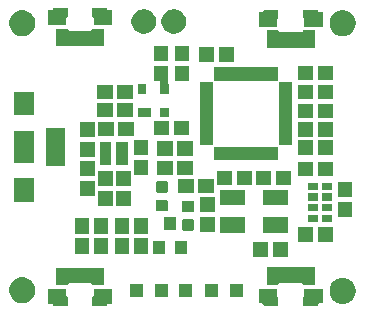
<source format=gbr>
%TF.GenerationSoftware,KiCad,Pcbnew,(5.1.6)-1*%
%TF.CreationDate,2020-11-03T21:48:33+01:00*%
%TF.ProjectId,ArduinoProMicroUSB,41726475-696e-46f5-9072-6f4d6963726f,rev?*%
%TF.SameCoordinates,Original*%
%TF.FileFunction,Soldermask,Top*%
%TF.FilePolarity,Negative*%
%FSLAX46Y46*%
G04 Gerber Fmt 4.6, Leading zero omitted, Abs format (unit mm)*
G04 Created by KiCad (PCBNEW (5.1.6)-1) date 2020-11-03 21:48:33*
%MOMM*%
%LPD*%
G01*
G04 APERTURE LIST*
%ADD10C,0.100000*%
G04 APERTURE END LIST*
D10*
G36*
X95474552Y-95460598D02*
G01*
X95486803Y-95461200D01*
X95938000Y-95461200D01*
X95938000Y-96711200D01*
X95644851Y-96711200D01*
X95620465Y-96713602D01*
X95597016Y-96720715D01*
X95575405Y-96732266D01*
X95556463Y-96747811D01*
X95540918Y-96766753D01*
X95529367Y-96788364D01*
X95522254Y-96811813D01*
X95519852Y-96836199D01*
X95519852Y-96855059D01*
X95518263Y-96871198D01*
X95515348Y-96880807D01*
X95510610Y-96889671D01*
X95504237Y-96897436D01*
X95496472Y-96903809D01*
X95487608Y-96908547D01*
X95477999Y-96911462D01*
X95461860Y-96913051D01*
X94324140Y-96913051D01*
X94308001Y-96911462D01*
X94298392Y-96908547D01*
X94289528Y-96903809D01*
X94281763Y-96897436D01*
X94275390Y-96889671D01*
X94270652Y-96880807D01*
X94267737Y-96871198D01*
X94266148Y-96855059D01*
X94266148Y-96217338D01*
X94267737Y-96201199D01*
X94270652Y-96191590D01*
X94275390Y-96182726D01*
X94281763Y-96174961D01*
X94289530Y-96168586D01*
X94301927Y-96161960D01*
X94322301Y-96148346D01*
X94339628Y-96131019D01*
X94353241Y-96110644D01*
X94362618Y-96088005D01*
X94368000Y-96051722D01*
X94368000Y-95461200D01*
X95023582Y-95461200D01*
X95033387Y-95460815D01*
X95037023Y-95460529D01*
X95064751Y-95459440D01*
X95069220Y-95459352D01*
X95461860Y-95459348D01*
X95474552Y-95460598D01*
G37*
G36*
X91366781Y-95459352D02*
G01*
X91371250Y-95459440D01*
X91398976Y-95460529D01*
X91402613Y-95460815D01*
X91412418Y-95461200D01*
X92068000Y-95461200D01*
X92068000Y-96051722D01*
X92070402Y-96076108D01*
X92077515Y-96099557D01*
X92089066Y-96121168D01*
X92104611Y-96140110D01*
X92134073Y-96161960D01*
X92146470Y-96168586D01*
X92154237Y-96174961D01*
X92160610Y-96182726D01*
X92165348Y-96191590D01*
X92168263Y-96201199D01*
X92169852Y-96217338D01*
X92169852Y-96855059D01*
X92168263Y-96871198D01*
X92165348Y-96880807D01*
X92160610Y-96889671D01*
X92154237Y-96897436D01*
X92146472Y-96903809D01*
X92137608Y-96908547D01*
X92127999Y-96911462D01*
X92111860Y-96913051D01*
X90974140Y-96913051D01*
X90958001Y-96911462D01*
X90948392Y-96908547D01*
X90939528Y-96903809D01*
X90931763Y-96897436D01*
X90925390Y-96889671D01*
X90920652Y-96880807D01*
X90917737Y-96871198D01*
X90916148Y-96855059D01*
X90916148Y-96836199D01*
X90913746Y-96811813D01*
X90906633Y-96788364D01*
X90895082Y-96766753D01*
X90879537Y-96747811D01*
X90860595Y-96732266D01*
X90838984Y-96720715D01*
X90815535Y-96713602D01*
X90791149Y-96711200D01*
X90498000Y-96711200D01*
X90498000Y-95461200D01*
X90949196Y-95461200D01*
X90961447Y-95460598D01*
X90974139Y-95459348D01*
X91366781Y-95459352D01*
G37*
G36*
X109210281Y-95446652D02*
G01*
X109214750Y-95446740D01*
X109242476Y-95447829D01*
X109246113Y-95448115D01*
X109255918Y-95448500D01*
X109911500Y-95448500D01*
X109911500Y-96039022D01*
X109913902Y-96063408D01*
X109921015Y-96086857D01*
X109932566Y-96108468D01*
X109948111Y-96127410D01*
X109977573Y-96149260D01*
X109989970Y-96155886D01*
X109997737Y-96162261D01*
X110004110Y-96170026D01*
X110008848Y-96178890D01*
X110011763Y-96188499D01*
X110013352Y-96204638D01*
X110013352Y-96842359D01*
X110011763Y-96858498D01*
X110008848Y-96868107D01*
X110004110Y-96876971D01*
X109997737Y-96884736D01*
X109989972Y-96891109D01*
X109981108Y-96895847D01*
X109971499Y-96898762D01*
X109955360Y-96900351D01*
X108817640Y-96900351D01*
X108801501Y-96898762D01*
X108791892Y-96895847D01*
X108783028Y-96891109D01*
X108775263Y-96884736D01*
X108768890Y-96876971D01*
X108764152Y-96868107D01*
X108761237Y-96858498D01*
X108759648Y-96842359D01*
X108759648Y-96823499D01*
X108757246Y-96799113D01*
X108750133Y-96775664D01*
X108738582Y-96754053D01*
X108723037Y-96735111D01*
X108704095Y-96719566D01*
X108682484Y-96708015D01*
X108659035Y-96700902D01*
X108634649Y-96698500D01*
X108341500Y-96698500D01*
X108341500Y-95448500D01*
X108792696Y-95448500D01*
X108804947Y-95447898D01*
X108817639Y-95446648D01*
X109210281Y-95446652D01*
G37*
G36*
X113318052Y-95447898D02*
G01*
X113330303Y-95448500D01*
X113781500Y-95448500D01*
X113781500Y-96698500D01*
X113488351Y-96698500D01*
X113463965Y-96700902D01*
X113440516Y-96708015D01*
X113418905Y-96719566D01*
X113399963Y-96735111D01*
X113384418Y-96754053D01*
X113372867Y-96775664D01*
X113365754Y-96799113D01*
X113363352Y-96823499D01*
X113363352Y-96842359D01*
X113361763Y-96858498D01*
X113358848Y-96868107D01*
X113354110Y-96876971D01*
X113347737Y-96884736D01*
X113339972Y-96891109D01*
X113331108Y-96895847D01*
X113321499Y-96898762D01*
X113305360Y-96900351D01*
X112167640Y-96900351D01*
X112151501Y-96898762D01*
X112141892Y-96895847D01*
X112133028Y-96891109D01*
X112125263Y-96884736D01*
X112118890Y-96876971D01*
X112114152Y-96868107D01*
X112111237Y-96858498D01*
X112109648Y-96842359D01*
X112109648Y-96204638D01*
X112111237Y-96188499D01*
X112114152Y-96178890D01*
X112118890Y-96170026D01*
X112125263Y-96162261D01*
X112133030Y-96155886D01*
X112145427Y-96149260D01*
X112165801Y-96135646D01*
X112183128Y-96118319D01*
X112196741Y-96097944D01*
X112206118Y-96075305D01*
X112211500Y-96039022D01*
X112211500Y-95448500D01*
X112867082Y-95448500D01*
X112876887Y-95448115D01*
X112880523Y-95447829D01*
X112908251Y-95446740D01*
X112912720Y-95446652D01*
X113305360Y-95446648D01*
X113318052Y-95447898D01*
G37*
G36*
X115657794Y-94551155D02*
G01*
X115764150Y-94572311D01*
X115811217Y-94591807D01*
X115964520Y-94655307D01*
X116144844Y-94775795D01*
X116298205Y-94929156D01*
X116418693Y-95109480D01*
X116501689Y-95309851D01*
X116544000Y-95522560D01*
X116544000Y-95739440D01*
X116501689Y-95952149D01*
X116418693Y-96152520D01*
X116298205Y-96332844D01*
X116144844Y-96486205D01*
X115964520Y-96606693D01*
X115917452Y-96626189D01*
X115764150Y-96689689D01*
X115672019Y-96708015D01*
X115551440Y-96732000D01*
X115334560Y-96732000D01*
X115213981Y-96708015D01*
X115121850Y-96689689D01*
X114968548Y-96626189D01*
X114921480Y-96606693D01*
X114741156Y-96486205D01*
X114587795Y-96332844D01*
X114467307Y-96152520D01*
X114384311Y-95952149D01*
X114342000Y-95739440D01*
X114342000Y-95522560D01*
X114384311Y-95309851D01*
X114467307Y-95109480D01*
X114587795Y-94929156D01*
X114741156Y-94775795D01*
X114921480Y-94655307D01*
X115074783Y-94591807D01*
X115121850Y-94572311D01*
X115228205Y-94551156D01*
X115334560Y-94530000D01*
X115551440Y-94530000D01*
X115657794Y-94551155D01*
G37*
G36*
X88543294Y-94487655D02*
G01*
X88649650Y-94508811D01*
X88700804Y-94530000D01*
X88850020Y-94591807D01*
X89030344Y-94712295D01*
X89183705Y-94865656D01*
X89304193Y-95045980D01*
X89304193Y-95045981D01*
X89351919Y-95161200D01*
X89387189Y-95246351D01*
X89429500Y-95459060D01*
X89429500Y-95675940D01*
X89412583Y-95760984D01*
X89391873Y-95865104D01*
X89387189Y-95888649D01*
X89304193Y-96089020D01*
X89183705Y-96269344D01*
X89030344Y-96422705D01*
X88850020Y-96543193D01*
X88749834Y-96584691D01*
X88649650Y-96626189D01*
X88543295Y-96647344D01*
X88436940Y-96668500D01*
X88220060Y-96668500D01*
X88113705Y-96647344D01*
X88007350Y-96626189D01*
X87907166Y-96584691D01*
X87806980Y-96543193D01*
X87626656Y-96422705D01*
X87473295Y-96269344D01*
X87352807Y-96089020D01*
X87269811Y-95888649D01*
X87265128Y-95865104D01*
X87244417Y-95760984D01*
X87227500Y-95675940D01*
X87227500Y-95459060D01*
X87269811Y-95246351D01*
X87305082Y-95161200D01*
X87352807Y-95045981D01*
X87352807Y-95045980D01*
X87473295Y-94865656D01*
X87626656Y-94712295D01*
X87806980Y-94591807D01*
X87956196Y-94530000D01*
X88007350Y-94508811D01*
X88113706Y-94487655D01*
X88220060Y-94466500D01*
X88436940Y-94466500D01*
X88543294Y-94487655D01*
G37*
G36*
X104881500Y-96182000D02*
G01*
X103779500Y-96182000D01*
X103779500Y-95080000D01*
X104881500Y-95080000D01*
X104881500Y-96182000D01*
G37*
G36*
X106977000Y-96182000D02*
G01*
X105875000Y-96182000D01*
X105875000Y-95080000D01*
X106977000Y-95080000D01*
X106977000Y-96182000D01*
G37*
G36*
X100627000Y-96182000D02*
G01*
X99525000Y-96182000D01*
X99525000Y-95080000D01*
X100627000Y-95080000D01*
X100627000Y-96182000D01*
G37*
G36*
X102722500Y-96182000D02*
G01*
X101620500Y-96182000D01*
X101620500Y-95080000D01*
X102722500Y-95080000D01*
X102722500Y-96182000D01*
G37*
G36*
X98531500Y-96182000D02*
G01*
X97429500Y-96182000D01*
X97429500Y-95080000D01*
X98531500Y-95080000D01*
X98531500Y-96182000D01*
G37*
G36*
X95268000Y-95161200D02*
G01*
X94268000Y-95161200D01*
X94268000Y-95136199D01*
X94265598Y-95111813D01*
X94258485Y-95088364D01*
X94246934Y-95066753D01*
X94231389Y-95047811D01*
X94212447Y-95032266D01*
X94190836Y-95020715D01*
X94167387Y-95013602D01*
X94143001Y-95011200D01*
X92292999Y-95011200D01*
X92268613Y-95013602D01*
X92245164Y-95020715D01*
X92223553Y-95032266D01*
X92204611Y-95047811D01*
X92189066Y-95066753D01*
X92177515Y-95088364D01*
X92170402Y-95111813D01*
X92168000Y-95136199D01*
X92168000Y-95161200D01*
X91168000Y-95161200D01*
X91168000Y-93661200D01*
X95268000Y-93661200D01*
X95268000Y-95161200D01*
G37*
G36*
X113111500Y-95148500D02*
G01*
X112111500Y-95148500D01*
X112111500Y-95123499D01*
X112109098Y-95099113D01*
X112101985Y-95075664D01*
X112090434Y-95054053D01*
X112074889Y-95035111D01*
X112055947Y-95019566D01*
X112034336Y-95008015D01*
X112010887Y-95000902D01*
X111986501Y-94998500D01*
X110136499Y-94998500D01*
X110112113Y-95000902D01*
X110088664Y-95008015D01*
X110067053Y-95019566D01*
X110048111Y-95035111D01*
X110032566Y-95054053D01*
X110021015Y-95075664D01*
X110013902Y-95099113D01*
X110011500Y-95123499D01*
X110011500Y-95148500D01*
X109011500Y-95148500D01*
X109011500Y-93648500D01*
X113111500Y-93648500D01*
X113111500Y-95148500D01*
G37*
G36*
X109150150Y-92739210D02*
G01*
X107847130Y-92739210D01*
X107847130Y-91537790D01*
X109150150Y-91537790D01*
X109150150Y-92739210D01*
G37*
G36*
X110846870Y-92739210D02*
G01*
X109543850Y-92739210D01*
X109543850Y-91537790D01*
X110846870Y-91537790D01*
X110846870Y-92739210D01*
G37*
G36*
X100388420Y-92544900D02*
G01*
X99387660Y-92544900D01*
X99387660Y-91442540D01*
X100388420Y-91442540D01*
X100388420Y-92544900D01*
G37*
G36*
X102288340Y-92544900D02*
G01*
X101287580Y-92544900D01*
X101287580Y-91442540D01*
X102288340Y-91442540D01*
X102288340Y-92544900D01*
G37*
G36*
X94009210Y-92495370D02*
G01*
X92807790Y-92495370D01*
X92807790Y-91192350D01*
X94009210Y-91192350D01*
X94009210Y-92495370D01*
G37*
G36*
X98962210Y-92495370D02*
G01*
X97760790Y-92495370D01*
X97760790Y-91192350D01*
X98962210Y-91192350D01*
X98962210Y-92495370D01*
G37*
G36*
X97374710Y-92495370D02*
G01*
X96173290Y-92495370D01*
X96173290Y-91192350D01*
X97374710Y-91192350D01*
X97374710Y-92495370D01*
G37*
G36*
X95596710Y-92482670D02*
G01*
X94395290Y-92482670D01*
X94395290Y-91179650D01*
X95596710Y-91179650D01*
X95596710Y-92482670D01*
G37*
G36*
X114656870Y-91469210D02*
G01*
X113353850Y-91469210D01*
X113353850Y-90267790D01*
X114656870Y-90267790D01*
X114656870Y-91469210D01*
G37*
G36*
X112960150Y-91469210D02*
G01*
X111657130Y-91469210D01*
X111657130Y-90267790D01*
X112960150Y-90267790D01*
X112960150Y-91469210D01*
G37*
G36*
X94009210Y-90798650D02*
G01*
X92807790Y-90798650D01*
X92807790Y-89495630D01*
X94009210Y-89495630D01*
X94009210Y-90798650D01*
G37*
G36*
X97374710Y-90798650D02*
G01*
X96173290Y-90798650D01*
X96173290Y-89495630D01*
X97374710Y-89495630D01*
X97374710Y-90798650D01*
G37*
G36*
X98962210Y-90798650D02*
G01*
X97760790Y-90798650D01*
X97760790Y-89495630D01*
X98962210Y-89495630D01*
X98962210Y-90798650D01*
G37*
G36*
X95596710Y-90785950D02*
G01*
X94395290Y-90785950D01*
X94395290Y-89482930D01*
X95596710Y-89482930D01*
X95596710Y-90785950D01*
G37*
G36*
X110850680Y-90699590D02*
G01*
X108747560Y-90699590D01*
X108747560Y-89396570D01*
X110850680Y-89396570D01*
X110850680Y-90699590D01*
G37*
G36*
X107152440Y-90699590D02*
G01*
X105049320Y-90699590D01*
X105049320Y-89396570D01*
X107152440Y-89396570D01*
X107152440Y-90699590D01*
G37*
G36*
X104613710Y-90653870D02*
G01*
X103412290Y-90653870D01*
X103412290Y-89350850D01*
X104613710Y-89350850D01*
X104613710Y-90653870D01*
G37*
G36*
X102741591Y-89584085D02*
G01*
X102775569Y-89594393D01*
X102806890Y-89611134D01*
X102834339Y-89633661D01*
X102856866Y-89661110D01*
X102873607Y-89692431D01*
X102883915Y-89726409D01*
X102888000Y-89767890D01*
X102888000Y-90369110D01*
X102883915Y-90410591D01*
X102873607Y-90444569D01*
X102856866Y-90475890D01*
X102834339Y-90503339D01*
X102806890Y-90525866D01*
X102775569Y-90542607D01*
X102741591Y-90552915D01*
X102700110Y-90557000D01*
X102023890Y-90557000D01*
X101982409Y-90552915D01*
X101948431Y-90542607D01*
X101917110Y-90525866D01*
X101889661Y-90503339D01*
X101867134Y-90475890D01*
X101850393Y-90444569D01*
X101840085Y-90410591D01*
X101836000Y-90369110D01*
X101836000Y-89767890D01*
X101840085Y-89726409D01*
X101850393Y-89692431D01*
X101867134Y-89661110D01*
X101889661Y-89633661D01*
X101917110Y-89611134D01*
X101948431Y-89594393D01*
X101982409Y-89584085D01*
X102023890Y-89580000D01*
X102700110Y-89580000D01*
X102741591Y-89584085D01*
G37*
G36*
X101338380Y-90446860D02*
G01*
X100337620Y-90446860D01*
X100337620Y-89344500D01*
X101338380Y-89344500D01*
X101338380Y-90446860D01*
G37*
G36*
X114589000Y-89789000D02*
G01*
X113687000Y-89789000D01*
X113687000Y-89187000D01*
X114589000Y-89187000D01*
X114589000Y-89789000D01*
G37*
G36*
X113389000Y-89789000D02*
G01*
X112487000Y-89789000D01*
X112487000Y-89187000D01*
X113389000Y-89187000D01*
X113389000Y-89789000D01*
G37*
G36*
X116234210Y-89383870D02*
G01*
X115032790Y-89383870D01*
X115032790Y-88080850D01*
X116234210Y-88080850D01*
X116234210Y-89383870D01*
G37*
G36*
X102741591Y-88009085D02*
G01*
X102775569Y-88019393D01*
X102806890Y-88036134D01*
X102834339Y-88058661D01*
X102856866Y-88086110D01*
X102873607Y-88117431D01*
X102883915Y-88151409D01*
X102888000Y-88192890D01*
X102888000Y-88794110D01*
X102883915Y-88835591D01*
X102873607Y-88869569D01*
X102856866Y-88900890D01*
X102834339Y-88928339D01*
X102806890Y-88950866D01*
X102775569Y-88967607D01*
X102741591Y-88977915D01*
X102700110Y-88982000D01*
X102023890Y-88982000D01*
X101982409Y-88977915D01*
X101948431Y-88967607D01*
X101917110Y-88950866D01*
X101889661Y-88928339D01*
X101867134Y-88900890D01*
X101850393Y-88869569D01*
X101840085Y-88835591D01*
X101836000Y-88794110D01*
X101836000Y-88192890D01*
X101840085Y-88151409D01*
X101850393Y-88117431D01*
X101867134Y-88086110D01*
X101889661Y-88058661D01*
X101917110Y-88036134D01*
X101948431Y-88019393D01*
X101982409Y-88009085D01*
X102023890Y-88005000D01*
X102700110Y-88005000D01*
X102741591Y-88009085D01*
G37*
G36*
X104613710Y-88957150D02*
G01*
X103412290Y-88957150D01*
X103412290Y-87654130D01*
X104613710Y-87654130D01*
X104613710Y-88957150D01*
G37*
G36*
X100516531Y-87933085D02*
G01*
X100550509Y-87943393D01*
X100581830Y-87960134D01*
X100609279Y-87982661D01*
X100631806Y-88010110D01*
X100648547Y-88041431D01*
X100658855Y-88075409D01*
X100662940Y-88116890D01*
X100662940Y-88718110D01*
X100658855Y-88759591D01*
X100648547Y-88793569D01*
X100631806Y-88824890D01*
X100609279Y-88852339D01*
X100581830Y-88874866D01*
X100550509Y-88891607D01*
X100516531Y-88901915D01*
X100475050Y-88906000D01*
X99798830Y-88906000D01*
X99757349Y-88901915D01*
X99723371Y-88891607D01*
X99692050Y-88874866D01*
X99664601Y-88852339D01*
X99642074Y-88824890D01*
X99625333Y-88793569D01*
X99615025Y-88759591D01*
X99610940Y-88718110D01*
X99610940Y-88116890D01*
X99615025Y-88075409D01*
X99625333Y-88041431D01*
X99642074Y-88010110D01*
X99664601Y-87982661D01*
X99692050Y-87960134D01*
X99723371Y-87943393D01*
X99757349Y-87933085D01*
X99798830Y-87929000D01*
X100475050Y-87929000D01*
X100516531Y-87933085D01*
G37*
G36*
X114589000Y-88889000D02*
G01*
X113687000Y-88889000D01*
X113687000Y-88287000D01*
X114589000Y-88287000D01*
X114589000Y-88889000D01*
G37*
G36*
X113389000Y-88889000D02*
G01*
X112487000Y-88889000D01*
X112487000Y-88287000D01*
X113389000Y-88287000D01*
X113389000Y-88889000D01*
G37*
G36*
X95977710Y-88494870D02*
G01*
X94776290Y-88494870D01*
X94776290Y-87191850D01*
X95977710Y-87191850D01*
X95977710Y-88494870D01*
G37*
G36*
X97501710Y-88494870D02*
G01*
X96300290Y-88494870D01*
X96300290Y-87191850D01*
X97501710Y-87191850D01*
X97501710Y-88494870D01*
G37*
G36*
X110850680Y-88403430D02*
G01*
X108747560Y-88403430D01*
X108747560Y-87100410D01*
X110850680Y-87100410D01*
X110850680Y-88403430D01*
G37*
G36*
X107152440Y-88403430D02*
G01*
X105049320Y-88403430D01*
X105049320Y-87100410D01*
X107152440Y-87100410D01*
X107152440Y-88403430D01*
G37*
G36*
X89306400Y-88117680D02*
G01*
X87604600Y-88117680D01*
X87604600Y-86116160D01*
X89306400Y-86116160D01*
X89306400Y-88117680D01*
G37*
G36*
X113389000Y-87989000D02*
G01*
X112487000Y-87989000D01*
X112487000Y-87387000D01*
X113389000Y-87387000D01*
X113389000Y-87989000D01*
G37*
G36*
X114589000Y-87989000D02*
G01*
X113687000Y-87989000D01*
X113687000Y-87387000D01*
X114589000Y-87387000D01*
X114589000Y-87989000D01*
G37*
G36*
X116234210Y-87687150D02*
G01*
X115032790Y-87687150D01*
X115032790Y-86384130D01*
X116234210Y-86384130D01*
X116234210Y-87687150D01*
G37*
G36*
X94453710Y-87605870D02*
G01*
X93252290Y-87605870D01*
X93252290Y-86302850D01*
X94453710Y-86302850D01*
X94453710Y-87605870D01*
G37*
G36*
X102825550Y-87367110D02*
G01*
X101522530Y-87367110D01*
X101522530Y-86165690D01*
X102825550Y-86165690D01*
X102825550Y-87367110D01*
G37*
G36*
X104522270Y-87367110D02*
G01*
X103219250Y-87367110D01*
X103219250Y-86165690D01*
X104522270Y-86165690D01*
X104522270Y-87367110D01*
G37*
G36*
X100516531Y-86358085D02*
G01*
X100550509Y-86368393D01*
X100581830Y-86385134D01*
X100609279Y-86407661D01*
X100631806Y-86435110D01*
X100648547Y-86466431D01*
X100658855Y-86500409D01*
X100662940Y-86541890D01*
X100662940Y-87143110D01*
X100658855Y-87184591D01*
X100648547Y-87218569D01*
X100631806Y-87249890D01*
X100609279Y-87277339D01*
X100581830Y-87299866D01*
X100550509Y-87316607D01*
X100516531Y-87326915D01*
X100475050Y-87331000D01*
X99798830Y-87331000D01*
X99757349Y-87326915D01*
X99723371Y-87316607D01*
X99692050Y-87299866D01*
X99664601Y-87277339D01*
X99642074Y-87249890D01*
X99625333Y-87218569D01*
X99615025Y-87184591D01*
X99610940Y-87143110D01*
X99610940Y-86541890D01*
X99615025Y-86500409D01*
X99625333Y-86466431D01*
X99642074Y-86435110D01*
X99664601Y-86407661D01*
X99692050Y-86385134D01*
X99723371Y-86368393D01*
X99757349Y-86358085D01*
X99798830Y-86354000D01*
X100475050Y-86354000D01*
X100516531Y-86358085D01*
G37*
G36*
X114589000Y-87089000D02*
G01*
X113687000Y-87089000D01*
X113687000Y-86487000D01*
X114589000Y-86487000D01*
X114589000Y-87089000D01*
G37*
G36*
X113389000Y-87089000D02*
G01*
X112487000Y-87089000D01*
X112487000Y-86487000D01*
X113389000Y-86487000D01*
X113389000Y-87089000D01*
G37*
G36*
X95977710Y-86798150D02*
G01*
X94776290Y-86798150D01*
X94776290Y-85495130D01*
X95977710Y-85495130D01*
X95977710Y-86798150D01*
G37*
G36*
X97501710Y-86798150D02*
G01*
X96300290Y-86798150D01*
X96300290Y-85495130D01*
X97501710Y-85495130D01*
X97501710Y-86798150D01*
G37*
G36*
X109404150Y-86706710D02*
G01*
X108101130Y-86706710D01*
X108101130Y-85505290D01*
X109404150Y-85505290D01*
X109404150Y-86706710D01*
G37*
G36*
X107798870Y-86706710D02*
G01*
X106495850Y-86706710D01*
X106495850Y-85505290D01*
X107798870Y-85505290D01*
X107798870Y-86706710D01*
G37*
G36*
X111100870Y-86706710D02*
G01*
X109797850Y-86706710D01*
X109797850Y-85505290D01*
X111100870Y-85505290D01*
X111100870Y-86706710D01*
G37*
G36*
X106102150Y-86706710D02*
G01*
X104799130Y-86706710D01*
X104799130Y-85505290D01*
X106102150Y-85505290D01*
X106102150Y-86706710D01*
G37*
G36*
X112960150Y-85944710D02*
G01*
X111657130Y-85944710D01*
X111657130Y-84743290D01*
X112960150Y-84743290D01*
X112960150Y-85944710D01*
G37*
G36*
X114656870Y-85944710D02*
G01*
X113353850Y-85944710D01*
X113353850Y-84743290D01*
X114656870Y-84743290D01*
X114656870Y-85944710D01*
G37*
G36*
X94453710Y-85909150D02*
G01*
X93252290Y-85909150D01*
X93252290Y-84606130D01*
X94453710Y-84606130D01*
X94453710Y-85909150D01*
G37*
G36*
X98974910Y-85827870D02*
G01*
X97773490Y-85827870D01*
X97773490Y-84524850D01*
X98974910Y-84524850D01*
X98974910Y-85827870D01*
G37*
G36*
X101047550Y-85817710D02*
G01*
X99744530Y-85817710D01*
X99744530Y-84616290D01*
X101047550Y-84616290D01*
X101047550Y-85817710D01*
G37*
G36*
X102744270Y-85817710D02*
G01*
X101441250Y-85817710D01*
X101441250Y-84616290D01*
X102744270Y-84616290D01*
X102744270Y-85817710D01*
G37*
G36*
X91954350Y-85037930D02*
G01*
X90351610Y-85037930D01*
X90351610Y-81840070D01*
X91954350Y-81840070D01*
X91954350Y-85037930D01*
G37*
G36*
X97241500Y-84946500D02*
G01*
X96279500Y-84946500D01*
X96279500Y-83074500D01*
X97241500Y-83074500D01*
X97241500Y-84946500D01*
G37*
G36*
X95871500Y-84946500D02*
G01*
X94909500Y-84946500D01*
X94909500Y-83074500D01*
X95871500Y-83074500D01*
X95871500Y-84946500D01*
G37*
G36*
X89306400Y-84790280D02*
G01*
X87604600Y-84790280D01*
X87604600Y-82087720D01*
X89306400Y-82087720D01*
X89306400Y-84790280D01*
G37*
G36*
X109957900Y-83438299D02*
G01*
X109957900Y-84548300D01*
X104595900Y-84548300D01*
X104595900Y-83438299D01*
X104595682Y-83436082D01*
X104597899Y-83436300D01*
X109955901Y-83436300D01*
X109958118Y-83436082D01*
X109957900Y-83438299D01*
G37*
G36*
X94453710Y-84303870D02*
G01*
X93252290Y-84303870D01*
X93252290Y-83000850D01*
X94453710Y-83000850D01*
X94453710Y-84303870D01*
G37*
G36*
X102744270Y-84192110D02*
G01*
X101441250Y-84192110D01*
X101441250Y-82990690D01*
X102744270Y-82990690D01*
X102744270Y-84192110D01*
G37*
G36*
X101047550Y-84192110D02*
G01*
X99744530Y-84192110D01*
X99744530Y-82990690D01*
X101047550Y-82990690D01*
X101047550Y-84192110D01*
G37*
G36*
X98974910Y-84131150D02*
G01*
X97773490Y-84131150D01*
X97773490Y-82828130D01*
X98974910Y-82828130D01*
X98974910Y-84131150D01*
G37*
G36*
X112960150Y-84103210D02*
G01*
X111657130Y-84103210D01*
X111657130Y-82901790D01*
X112960150Y-82901790D01*
X112960150Y-84103210D01*
G37*
G36*
X114656870Y-84103210D02*
G01*
X113353850Y-84103210D01*
X113353850Y-82901790D01*
X114656870Y-82901790D01*
X114656870Y-84103210D01*
G37*
G36*
X104472900Y-77953299D02*
G01*
X104472900Y-83311301D01*
X104473118Y-83313518D01*
X104470901Y-83313300D01*
X103360900Y-83313300D01*
X103360900Y-77951300D01*
X104470901Y-77951300D01*
X104473118Y-77951082D01*
X104472900Y-77953299D01*
G37*
G36*
X110082899Y-77951300D02*
G01*
X111192900Y-77951300D01*
X111192900Y-83313300D01*
X110082899Y-83313300D01*
X110080682Y-83313518D01*
X110080900Y-83311301D01*
X110080900Y-77953299D01*
X110080682Y-77951082D01*
X110082899Y-77951300D01*
G37*
G36*
X94453710Y-82607150D02*
G01*
X93252290Y-82607150D01*
X93252290Y-81304130D01*
X94453710Y-81304130D01*
X94453710Y-82607150D01*
G37*
G36*
X112960150Y-82579210D02*
G01*
X111657130Y-82579210D01*
X111657130Y-81377790D01*
X112960150Y-81377790D01*
X112960150Y-82579210D01*
G37*
G36*
X114656870Y-82579210D02*
G01*
X113353850Y-82579210D01*
X113353850Y-81377790D01*
X114656870Y-81377790D01*
X114656870Y-82579210D01*
G37*
G36*
X97765870Y-82515710D02*
G01*
X96462850Y-82515710D01*
X96462850Y-81314290D01*
X97765870Y-81314290D01*
X97765870Y-82515710D01*
G37*
G36*
X96069150Y-82515710D02*
G01*
X94766130Y-82515710D01*
X94766130Y-81314290D01*
X96069150Y-81314290D01*
X96069150Y-82515710D01*
G37*
G36*
X102464870Y-82452210D02*
G01*
X101161850Y-82452210D01*
X101161850Y-81250790D01*
X102464870Y-81250790D01*
X102464870Y-82452210D01*
G37*
G36*
X100768150Y-82452210D02*
G01*
X99465130Y-82452210D01*
X99465130Y-81250790D01*
X100768150Y-81250790D01*
X100768150Y-82452210D01*
G37*
G36*
X114656870Y-80991710D02*
G01*
X113353850Y-80991710D01*
X113353850Y-79790290D01*
X114656870Y-79790290D01*
X114656870Y-80991710D01*
G37*
G36*
X112960150Y-80991710D02*
G01*
X111657130Y-80991710D01*
X111657130Y-79790290D01*
X112960150Y-79790290D01*
X112960150Y-80991710D01*
G37*
G36*
X100729300Y-80941100D02*
G01*
X100027300Y-80941100D01*
X100027300Y-80139100D01*
X100729300Y-80139100D01*
X100729300Y-80941100D01*
G37*
G36*
X99229300Y-80941100D02*
G01*
X98127300Y-80941100D01*
X98127300Y-80139100D01*
X99229300Y-80139100D01*
X99229300Y-80941100D01*
G37*
G36*
X97689670Y-80940910D02*
G01*
X96386650Y-80940910D01*
X96386650Y-79739490D01*
X97689670Y-79739490D01*
X97689670Y-80940910D01*
G37*
G36*
X95992950Y-80940910D02*
G01*
X94689930Y-80940910D01*
X94689930Y-79739490D01*
X95992950Y-79739490D01*
X95992950Y-80940910D01*
G37*
G36*
X89306400Y-80761840D02*
G01*
X87604600Y-80761840D01*
X87604600Y-78760320D01*
X89306400Y-78760320D01*
X89306400Y-80761840D01*
G37*
G36*
X114656870Y-79404210D02*
G01*
X113353850Y-79404210D01*
X113353850Y-78202790D01*
X114656870Y-78202790D01*
X114656870Y-79404210D01*
G37*
G36*
X112960150Y-79404210D02*
G01*
X111657130Y-79404210D01*
X111657130Y-78202790D01*
X112960150Y-78202790D01*
X112960150Y-79404210D01*
G37*
G36*
X97689670Y-79378810D02*
G01*
X96386650Y-79378810D01*
X96386650Y-78177390D01*
X97689670Y-78177390D01*
X97689670Y-79378810D01*
G37*
G36*
X95992950Y-79378810D02*
G01*
X94689930Y-79378810D01*
X94689930Y-78177390D01*
X95992950Y-78177390D01*
X95992950Y-79378810D01*
G37*
G36*
X100666550Y-78014101D02*
G01*
X100668952Y-78038487D01*
X100676065Y-78061936D01*
X100687616Y-78083547D01*
X100703161Y-78102489D01*
X100722103Y-78118034D01*
X100729300Y-78121881D01*
X100729300Y-78941100D01*
X100027300Y-78941100D01*
X100027300Y-78015369D01*
X100024898Y-77990983D01*
X100017785Y-77967534D01*
X100006234Y-77945923D01*
X99990689Y-77926981D01*
X99971747Y-77911436D01*
X99950136Y-77899885D01*
X99926687Y-77892772D01*
X99902301Y-77890370D01*
X99465130Y-77890370D01*
X99465130Y-76587350D01*
X100666550Y-76587350D01*
X100666550Y-78014101D01*
G37*
G36*
X98829300Y-78941100D02*
G01*
X98127300Y-78941100D01*
X98127300Y-78139100D01*
X98829300Y-78139100D01*
X98829300Y-78941100D01*
G37*
G36*
X102464870Y-77890370D02*
G01*
X101263450Y-77890370D01*
X101263450Y-76587350D01*
X102464870Y-76587350D01*
X102464870Y-77890370D01*
G37*
G36*
X109957900Y-77826301D02*
G01*
X109958118Y-77828518D01*
X109955901Y-77828300D01*
X104597899Y-77828300D01*
X104595682Y-77828518D01*
X104595900Y-77826301D01*
X104595900Y-76716300D01*
X109957900Y-76716300D01*
X109957900Y-77826301D01*
G37*
G36*
X112960150Y-77816710D02*
G01*
X111657130Y-77816710D01*
X111657130Y-76615290D01*
X112960150Y-76615290D01*
X112960150Y-77816710D01*
G37*
G36*
X114656870Y-77816710D02*
G01*
X113353850Y-77816710D01*
X113353850Y-76615290D01*
X114656870Y-76615290D01*
X114656870Y-77816710D01*
G37*
G36*
X106274870Y-76229210D02*
G01*
X104971850Y-76229210D01*
X104971850Y-75027790D01*
X106274870Y-75027790D01*
X106274870Y-76229210D01*
G37*
G36*
X104578150Y-76229210D02*
G01*
X103275130Y-76229210D01*
X103275130Y-75027790D01*
X104578150Y-75027790D01*
X104578150Y-76229210D01*
G37*
G36*
X102464870Y-76193650D02*
G01*
X101263450Y-76193650D01*
X101263450Y-74890630D01*
X102464870Y-74890630D01*
X102464870Y-76193650D01*
G37*
G36*
X100666550Y-76193650D02*
G01*
X99465130Y-76193650D01*
X99465130Y-74890630D01*
X100666550Y-74890630D01*
X100666550Y-76193650D01*
G37*
G36*
X110011500Y-73596001D02*
G01*
X110013902Y-73620387D01*
X110021015Y-73643836D01*
X110032566Y-73665447D01*
X110048111Y-73684389D01*
X110067053Y-73699934D01*
X110088664Y-73711485D01*
X110112113Y-73718598D01*
X110136499Y-73721000D01*
X111986501Y-73721000D01*
X112010887Y-73718598D01*
X112034336Y-73711485D01*
X112055947Y-73699934D01*
X112074889Y-73684389D01*
X112090434Y-73665447D01*
X112101985Y-73643836D01*
X112109098Y-73620387D01*
X112111500Y-73596001D01*
X112111500Y-73571000D01*
X113111500Y-73571000D01*
X113111500Y-75071000D01*
X109011500Y-75071000D01*
X109011500Y-73571000D01*
X110011500Y-73571000D01*
X110011500Y-73596001D01*
G37*
G36*
X92168000Y-73469001D02*
G01*
X92170402Y-73493387D01*
X92177515Y-73516836D01*
X92189066Y-73538447D01*
X92204611Y-73557389D01*
X92223553Y-73572934D01*
X92245164Y-73584485D01*
X92268613Y-73591598D01*
X92292999Y-73594000D01*
X94143001Y-73594000D01*
X94167387Y-73591598D01*
X94190836Y-73584485D01*
X94212447Y-73572934D01*
X94231389Y-73557389D01*
X94246934Y-73538447D01*
X94258485Y-73516836D01*
X94265598Y-73493387D01*
X94268000Y-73469001D01*
X94268000Y-73444000D01*
X95268000Y-73444000D01*
X95268000Y-74944000D01*
X91168000Y-74944000D01*
X91168000Y-73444000D01*
X92168000Y-73444000D01*
X92168000Y-73469001D01*
G37*
G36*
X115604231Y-71871001D02*
G01*
X115764150Y-71902811D01*
X115863193Y-71943836D01*
X115964520Y-71985807D01*
X116144844Y-72106295D01*
X116298205Y-72259656D01*
X116418693Y-72439980D01*
X116420043Y-72443240D01*
X116498497Y-72632643D01*
X116501689Y-72640351D01*
X116544000Y-72853060D01*
X116544000Y-73069940D01*
X116533545Y-73122500D01*
X116503887Y-73271602D01*
X116501689Y-73282649D01*
X116418693Y-73483020D01*
X116298205Y-73663344D01*
X116144844Y-73816705D01*
X115964520Y-73937193D01*
X115864334Y-73978691D01*
X115764150Y-74020189D01*
X115657795Y-74041344D01*
X115551440Y-74062500D01*
X115334560Y-74062500D01*
X115228205Y-74041344D01*
X115121850Y-74020189D01*
X115021666Y-73978691D01*
X114921480Y-73937193D01*
X114741156Y-73816705D01*
X114587795Y-73663344D01*
X114467307Y-73483020D01*
X114384311Y-73282649D01*
X114382114Y-73271602D01*
X114352455Y-73122500D01*
X114342000Y-73069940D01*
X114342000Y-72853060D01*
X114384311Y-72640351D01*
X114387504Y-72632643D01*
X114465957Y-72443240D01*
X114467307Y-72439980D01*
X114587795Y-72259656D01*
X114741156Y-72106295D01*
X114921480Y-71985807D01*
X115022807Y-71943836D01*
X115121850Y-71902811D01*
X115281769Y-71871001D01*
X115334560Y-71860500D01*
X115551440Y-71860500D01*
X115604231Y-71871001D01*
G37*
G36*
X88489731Y-71871001D02*
G01*
X88649650Y-71902811D01*
X88748693Y-71943836D01*
X88850020Y-71985807D01*
X89030344Y-72106295D01*
X89183705Y-72259656D01*
X89304193Y-72439980D01*
X89305543Y-72443240D01*
X89383997Y-72632643D01*
X89387189Y-72640351D01*
X89429500Y-72853060D01*
X89429500Y-73069940D01*
X89419045Y-73122500D01*
X89389387Y-73271602D01*
X89387189Y-73282649D01*
X89304193Y-73483020D01*
X89183705Y-73663344D01*
X89030344Y-73816705D01*
X88850020Y-73937193D01*
X88749834Y-73978691D01*
X88649650Y-74020189D01*
X88543295Y-74041344D01*
X88436940Y-74062500D01*
X88220060Y-74062500D01*
X88113705Y-74041344D01*
X88007350Y-74020189D01*
X87907166Y-73978691D01*
X87806980Y-73937193D01*
X87626656Y-73816705D01*
X87473295Y-73663344D01*
X87352807Y-73483020D01*
X87269811Y-73282649D01*
X87267614Y-73271602D01*
X87237955Y-73122500D01*
X87227500Y-73069940D01*
X87227500Y-72853060D01*
X87269811Y-72640351D01*
X87273004Y-72632643D01*
X87351457Y-72443240D01*
X87352807Y-72439980D01*
X87473295Y-72259656D01*
X87626656Y-72106295D01*
X87806980Y-71985807D01*
X87908307Y-71943836D01*
X88007350Y-71902811D01*
X88167269Y-71871001D01*
X88220060Y-71860500D01*
X88436940Y-71860500D01*
X88489731Y-71871001D01*
G37*
G36*
X101459265Y-71833120D02*
G01*
X101606243Y-71894000D01*
X101648788Y-71911623D01*
X101819354Y-72025592D01*
X101964408Y-72170646D01*
X102078377Y-72341212D01*
X102078378Y-72341214D01*
X102156880Y-72530735D01*
X102196900Y-72731930D01*
X102196900Y-72937070D01*
X102156880Y-73138265D01*
X102101385Y-73272243D01*
X102078377Y-73327788D01*
X101964408Y-73498354D01*
X101819354Y-73643408D01*
X101648788Y-73757377D01*
X101648787Y-73757378D01*
X101648786Y-73757378D01*
X101459265Y-73835880D01*
X101258070Y-73875900D01*
X101052930Y-73875900D01*
X100851735Y-73835880D01*
X100662214Y-73757378D01*
X100662213Y-73757378D01*
X100662212Y-73757377D01*
X100491646Y-73643408D01*
X100346592Y-73498354D01*
X100232623Y-73327788D01*
X100209616Y-73272243D01*
X100154120Y-73138265D01*
X100114100Y-72937070D01*
X100114100Y-72731930D01*
X100154120Y-72530735D01*
X100232622Y-72341214D01*
X100232623Y-72341212D01*
X100346592Y-72170646D01*
X100491646Y-72025592D01*
X100662212Y-71911623D01*
X100704758Y-71894000D01*
X100851735Y-71833120D01*
X101052930Y-71793100D01*
X101258070Y-71793100D01*
X101459265Y-71833120D01*
G37*
G36*
X98919265Y-71833120D02*
G01*
X99066243Y-71894000D01*
X99108788Y-71911623D01*
X99279354Y-72025592D01*
X99424408Y-72170646D01*
X99538377Y-72341212D01*
X99538378Y-72341214D01*
X99616880Y-72530735D01*
X99656900Y-72731930D01*
X99656900Y-72937070D01*
X99616880Y-73138265D01*
X99561385Y-73272243D01*
X99538377Y-73327788D01*
X99424408Y-73498354D01*
X99279354Y-73643408D01*
X99108788Y-73757377D01*
X99108787Y-73757378D01*
X99108786Y-73757378D01*
X98919265Y-73835880D01*
X98718070Y-73875900D01*
X98512930Y-73875900D01*
X98311735Y-73835880D01*
X98122214Y-73757378D01*
X98122213Y-73757378D01*
X98122212Y-73757377D01*
X97951646Y-73643408D01*
X97806592Y-73498354D01*
X97692623Y-73327788D01*
X97669616Y-73272243D01*
X97614120Y-73138265D01*
X97574100Y-72937070D01*
X97574100Y-72731930D01*
X97614120Y-72530735D01*
X97692622Y-72341214D01*
X97692623Y-72341212D01*
X97806592Y-72170646D01*
X97951646Y-72025592D01*
X98122212Y-71911623D01*
X98164758Y-71894000D01*
X98311735Y-71833120D01*
X98512930Y-71793100D01*
X98718070Y-71793100D01*
X98919265Y-71833120D01*
G37*
G36*
X113321499Y-71820738D02*
G01*
X113331108Y-71823653D01*
X113339972Y-71828391D01*
X113347737Y-71834764D01*
X113354110Y-71842529D01*
X113358848Y-71851393D01*
X113361763Y-71861002D01*
X113363352Y-71877141D01*
X113363352Y-71896001D01*
X113365754Y-71920387D01*
X113372867Y-71943836D01*
X113384418Y-71965447D01*
X113399963Y-71984389D01*
X113418905Y-71999934D01*
X113440516Y-72011485D01*
X113463965Y-72018598D01*
X113488351Y-72021000D01*
X113781500Y-72021000D01*
X113781500Y-73271000D01*
X113330304Y-73271000D01*
X113318053Y-73271602D01*
X113305361Y-73272852D01*
X112912719Y-73272848D01*
X112908250Y-73272760D01*
X112880524Y-73271671D01*
X112876887Y-73271385D01*
X112867082Y-73271000D01*
X112211500Y-73271000D01*
X112211500Y-72680478D01*
X112209098Y-72656092D01*
X112201985Y-72632643D01*
X112190434Y-72611032D01*
X112174889Y-72592090D01*
X112145427Y-72570240D01*
X112133030Y-72563614D01*
X112125263Y-72557239D01*
X112118890Y-72549474D01*
X112114152Y-72540610D01*
X112111237Y-72531001D01*
X112109648Y-72514862D01*
X112109648Y-71877141D01*
X112111237Y-71861002D01*
X112114152Y-71851393D01*
X112118890Y-71842529D01*
X112125263Y-71834764D01*
X112133028Y-71828391D01*
X112141892Y-71823653D01*
X112151501Y-71820738D01*
X112167640Y-71819149D01*
X113305360Y-71819149D01*
X113321499Y-71820738D01*
G37*
G36*
X109971499Y-71820738D02*
G01*
X109981108Y-71823653D01*
X109989972Y-71828391D01*
X109997737Y-71834764D01*
X110004110Y-71842529D01*
X110008848Y-71851393D01*
X110011763Y-71861002D01*
X110013352Y-71877141D01*
X110013352Y-72514862D01*
X110011763Y-72531001D01*
X110008848Y-72540610D01*
X110004110Y-72549474D01*
X109997737Y-72557239D01*
X109989970Y-72563614D01*
X109977573Y-72570240D01*
X109957199Y-72583854D01*
X109939872Y-72601181D01*
X109926259Y-72621556D01*
X109916882Y-72644195D01*
X109911500Y-72680478D01*
X109911500Y-73271000D01*
X109255918Y-73271000D01*
X109246113Y-73271385D01*
X109242477Y-73271671D01*
X109214749Y-73272760D01*
X109210280Y-73272848D01*
X108817640Y-73272852D01*
X108804948Y-73271602D01*
X108792697Y-73271000D01*
X108341500Y-73271000D01*
X108341500Y-72021000D01*
X108634649Y-72021000D01*
X108659035Y-72018598D01*
X108682484Y-72011485D01*
X108704095Y-71999934D01*
X108723037Y-71984389D01*
X108738582Y-71965447D01*
X108750133Y-71943836D01*
X108757246Y-71920387D01*
X108759648Y-71896001D01*
X108759648Y-71877141D01*
X108761237Y-71861002D01*
X108764152Y-71851393D01*
X108768890Y-71842529D01*
X108775263Y-71834764D01*
X108783028Y-71828391D01*
X108791892Y-71823653D01*
X108801501Y-71820738D01*
X108817640Y-71819149D01*
X109955360Y-71819149D01*
X109971499Y-71820738D01*
G37*
G36*
X92127999Y-71693738D02*
G01*
X92137608Y-71696653D01*
X92146472Y-71701391D01*
X92154237Y-71707764D01*
X92160610Y-71715529D01*
X92165348Y-71724393D01*
X92168263Y-71734002D01*
X92169852Y-71750141D01*
X92169852Y-72387862D01*
X92168263Y-72404001D01*
X92165348Y-72413610D01*
X92160610Y-72422474D01*
X92154237Y-72430239D01*
X92146470Y-72436614D01*
X92134073Y-72443240D01*
X92113699Y-72456854D01*
X92096372Y-72474181D01*
X92082759Y-72494556D01*
X92073382Y-72517195D01*
X92068000Y-72553478D01*
X92068000Y-73144000D01*
X91412418Y-73144000D01*
X91402613Y-73144385D01*
X91398977Y-73144671D01*
X91371249Y-73145760D01*
X91366780Y-73145848D01*
X90974140Y-73145852D01*
X90961448Y-73144602D01*
X90949197Y-73144000D01*
X90498000Y-73144000D01*
X90498000Y-71894000D01*
X90791149Y-71894000D01*
X90815535Y-71891598D01*
X90838984Y-71884485D01*
X90860595Y-71872934D01*
X90879537Y-71857389D01*
X90895082Y-71838447D01*
X90906633Y-71816836D01*
X90913746Y-71793387D01*
X90916148Y-71769001D01*
X90916148Y-71750141D01*
X90917737Y-71734002D01*
X90920652Y-71724393D01*
X90925390Y-71715529D01*
X90931763Y-71707764D01*
X90939528Y-71701391D01*
X90948392Y-71696653D01*
X90958001Y-71693738D01*
X90974140Y-71692149D01*
X92111860Y-71692149D01*
X92127999Y-71693738D01*
G37*
G36*
X95477999Y-71693738D02*
G01*
X95487608Y-71696653D01*
X95496472Y-71701391D01*
X95504237Y-71707764D01*
X95510610Y-71715529D01*
X95515348Y-71724393D01*
X95518263Y-71734002D01*
X95519852Y-71750141D01*
X95519852Y-71769001D01*
X95522254Y-71793387D01*
X95529367Y-71816836D01*
X95540918Y-71838447D01*
X95556463Y-71857389D01*
X95575405Y-71872934D01*
X95597016Y-71884485D01*
X95620465Y-71891598D01*
X95644851Y-71894000D01*
X95938000Y-71894000D01*
X95938000Y-73144000D01*
X95486804Y-73144000D01*
X95474553Y-73144602D01*
X95461861Y-73145852D01*
X95069219Y-73145848D01*
X95064750Y-73145760D01*
X95037024Y-73144671D01*
X95033387Y-73144385D01*
X95023582Y-73144000D01*
X94368000Y-73144000D01*
X94368000Y-72553478D01*
X94365598Y-72529092D01*
X94358485Y-72505643D01*
X94346934Y-72484032D01*
X94331389Y-72465090D01*
X94301927Y-72443240D01*
X94289530Y-72436614D01*
X94281763Y-72430239D01*
X94275390Y-72422474D01*
X94270652Y-72413610D01*
X94267737Y-72404001D01*
X94266148Y-72387862D01*
X94266148Y-71750141D01*
X94267737Y-71734002D01*
X94270652Y-71724393D01*
X94275390Y-71715529D01*
X94281763Y-71707764D01*
X94289528Y-71701391D01*
X94298392Y-71696653D01*
X94308001Y-71693738D01*
X94324140Y-71692149D01*
X95461860Y-71692149D01*
X95477999Y-71693738D01*
G37*
M02*

</source>
